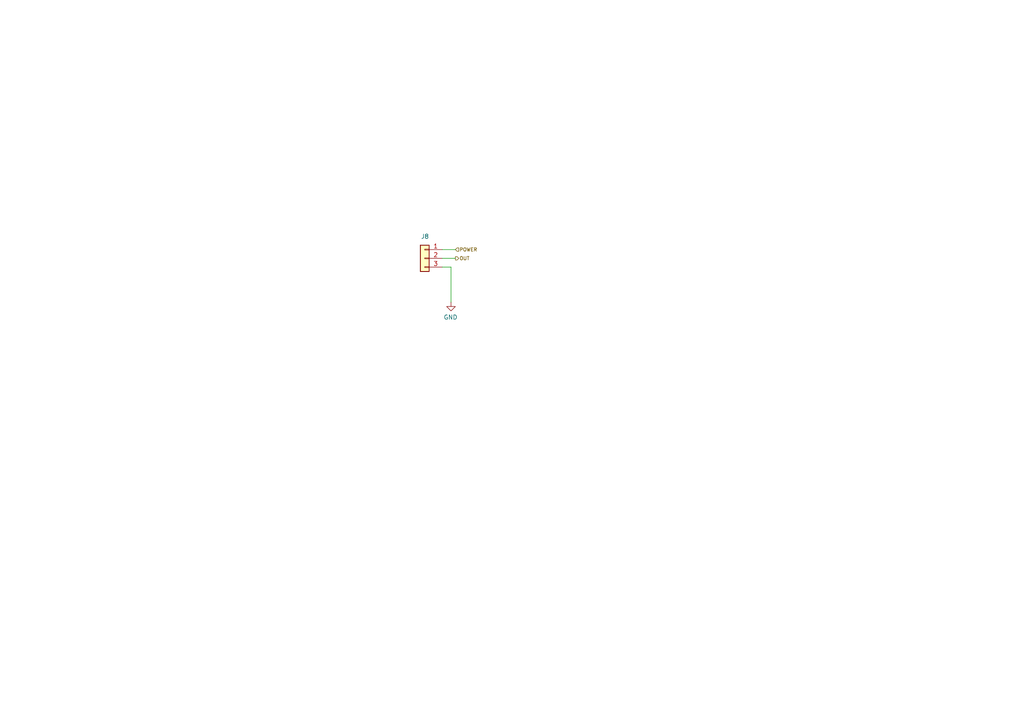
<source format=kicad_sch>
(kicad_sch (version 20230121) (generator eeschema)
  (paper "A4")
  (title_block (title "Temperature Sensor Input") (date "2023-04-28") (rev "0.1") (comment 1 "https://github.com/enriquewph/esp-plc"))
  (lib_symbols
    (symbol "Connector_Generic:Conn_01x03" (pin_names (offset 1.016) hide)
      (property "Reference" "J" (at 0 5.08 0))
      (property "Value" "Conn_01x03" (at 0 -5.08 0))
      (symbol "Conn_01x03_1_1"
        (rectangle (start -1.27 -2.413) (end 0 -2.667) (stroke (width 0.1524)))
        (rectangle (start -1.27 0.127) (end 0 -0.127) (stroke (width 0.1524)))
        (rectangle (start -1.27 2.667) (end 0 2.413) (stroke (width 0.1524)))
        (rectangle (start -1.27 3.81) (end 1.27 -3.81) (stroke (width 0.254)) (fill (type background)))
        (pin passive line (at -5.08 2.54 0) (length 3.81) (name "Pin_1") (number "1"))
        (pin passive line (at -5.08 0 0) (length 3.81) (name "Pin_2") (number "2"))
        (pin passive line (at -5.08 -2.54 0) (length 3.81) (name "Pin_3") (number "3"))
      )
    )
    (symbol "power:GND" (power) (pin_names (offset 0))
      (property "Value" "GND" (at 0 -3.81 0))
      (symbol "GND_0_1"
        (polyline (pts (xy 0 0) (xy 0 -1.27) (xy 1.27 -1.27) (xy 0 -2.54) (xy -1.27 -1.27) (xy 0 -1.27)))
      )
      (symbol "GND_1_1"
        (pin power_in line (at 0 0 270) (length 0) hide (name "GND") (number "1"))
      )
    )
  )
  (wire (pts (xy 130.81 87.63) (xy 130.81 77.47)))
  (wire (pts (xy 128.27 72.39) (xy 132.08 72.39)))
  (wire (pts (xy 130.81 77.47) (xy 128.27 77.47)))
  (wire (pts (xy 128.27 74.93) (xy 132.08 74.93)))
  (hierarchical_label "POWER" (shape input) (at 132.08 72.39 0) (effects (font (size 0.9906 0.9906))))
  (hierarchical_label "OUT" (shape output) (at 132.08 74.93 0) (effects (font (size 0.9906 0.9906))))
  (symbol (lib_id "Connector_Generic:Conn_01x03") (at 123.19 74.93 0) (mirror y) (unit 1)
    (property "Reference" "J8" (at 124.46 68.58 0) (effects (justify left)))
    (property "Value" "Conn_01x03" (effects hide))
    (property "Footprint" "Connector_Molex:Molex_KK-254_AE-6410-03A_1x03_P2.54mm_Vertical" (effects hide))
    (property "Datasheet" "https://app.adam-tech.com/products/download/data_sheet/196588/lha-xx-ts-data-sheet.pdf" (effects hide))
    (property "manf#" "LHA-03-TS" (effects hide))
    (instances (project "kicad" (path "" (reference "J8") (unit 1)) (path "" (reference "J9") (unit 1))))
  )
  (symbol (lib_id "power:GND") (at 130.81 87.63 0) (mirror y) (unit 1)
    (property "Reference" "#PWR029" (effects hide))
    (property "Value" "GND" (at 130.683 92.0242 0))
    (instances (project "kicad" (path "" (reference "#PWR029") (unit 1)) (path "" (reference "#PWR030") (unit 1))))
  )
)
</source>
